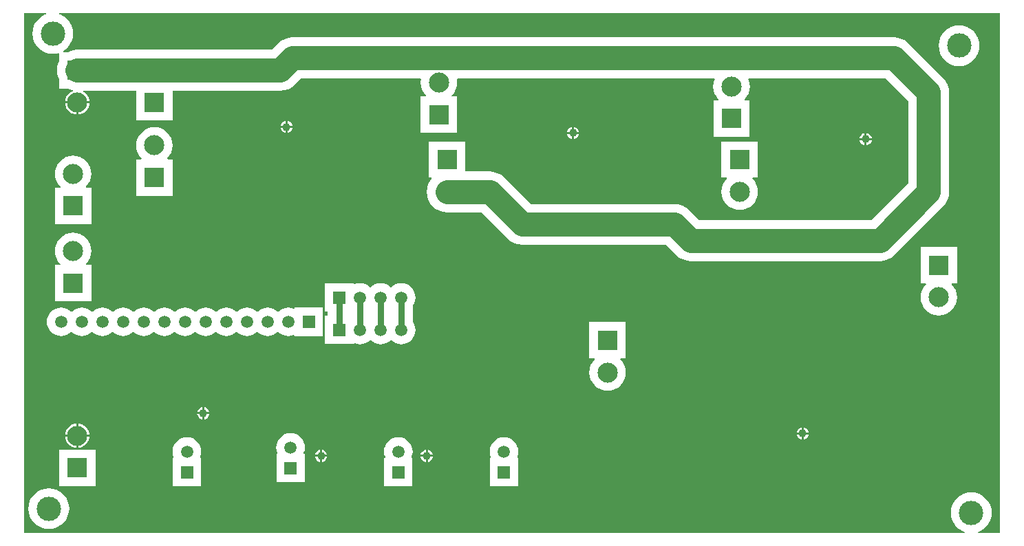
<source format=gbl>
G04*
G04 #@! TF.GenerationSoftware,Altium Limited,Altium Designer,18.0.9 (584)*
G04*
G04 Layer_Physical_Order=2*
G04 Layer_Color=16711680*
%FSLAX25Y25*%
%MOIN*%
G70*
G01*
G75*
%ADD52C,0.03150*%
%ADD59R,0.09744X0.09744*%
%ADD60C,0.09744*%
%ADD61C,0.05906*%
%ADD62R,0.05906X0.05906*%
%ADD63R,0.05906X0.05906*%
%ADD64C,0.11811*%
%ADD65C,0.03937*%
%ADD66C,0.11811*%
G36*
X472441Y0D02*
X461844D01*
X461770Y500D01*
X462446Y705D01*
X464156Y1619D01*
X465655Y2849D01*
X466885Y4348D01*
X467799Y6058D01*
X468362Y7913D01*
X468552Y9843D01*
X468362Y11772D01*
X467799Y13627D01*
X466885Y15337D01*
X465655Y16836D01*
X464156Y18066D01*
X462446Y18980D01*
X460591Y19543D01*
X458661Y19733D01*
X456732Y19543D01*
X454877Y18980D01*
X453167Y18066D01*
X451668Y16836D01*
X450438Y15337D01*
X449524Y13627D01*
X448961Y11772D01*
X448771Y9843D01*
X448961Y7913D01*
X449524Y6058D01*
X450438Y4348D01*
X451668Y2849D01*
X453167Y1619D01*
X454877Y705D01*
X455553Y500D01*
X455479Y0D01*
X0D01*
Y251969D01*
X10597D01*
X10671Y251468D01*
X9995Y251263D01*
X8285Y250349D01*
X6786Y249119D01*
X5556Y247621D01*
X4642Y245911D01*
X4079Y244056D01*
X3889Y242126D01*
X4079Y240196D01*
X4642Y238341D01*
X5556Y236631D01*
X6786Y235133D01*
X8285Y233903D01*
X9995Y232989D01*
X11850Y232426D01*
X13780Y232236D01*
X15709Y232426D01*
X16380Y232629D01*
X16781Y232331D01*
Y228730D01*
X16453Y228116D01*
X15890Y226260D01*
X15700Y224331D01*
X15890Y222401D01*
X16453Y220546D01*
X16781Y219932D01*
Y215522D01*
X21192D01*
X21806Y215193D01*
X23359Y214722D01*
Y214200D01*
X23333Y214191D01*
X22312Y213646D01*
X21418Y212912D01*
X20685Y212018D01*
X20139Y210998D01*
X19804Y209891D01*
X19739Y209240D01*
X25591D01*
X31442D01*
X31378Y209891D01*
X31042Y210998D01*
X30497Y212018D01*
X29763Y212912D01*
X28869Y213646D01*
X28318Y213941D01*
X28443Y214441D01*
X54183D01*
Y199931D01*
X71801D01*
Y214441D01*
X123937D01*
X123937Y214441D01*
X125866Y214631D01*
X127722Y215193D01*
X129432Y216107D01*
X130930Y217337D01*
X134018Y220425D01*
X191728D01*
X192083Y219925D01*
X191936Y218425D01*
X192106Y216698D01*
X192610Y215038D01*
X193428Y213508D01*
X194528Y212166D01*
X194591Y212115D01*
X194423Y211644D01*
X191978D01*
Y194026D01*
X209596D01*
Y211644D01*
X207152D01*
X206984Y212115D01*
X207047Y212166D01*
X208147Y213508D01*
X208965Y215038D01*
X209469Y216698D01*
X209639Y218425D01*
X209491Y219925D01*
X209847Y220425D01*
X334166D01*
X334423Y219996D01*
X334342Y219844D01*
X333838Y218184D01*
X333668Y216457D01*
X333838Y214730D01*
X334342Y213069D01*
X335160Y211539D01*
X336261Y210198D01*
X336324Y210146D01*
X336155Y209675D01*
X333711D01*
Y192057D01*
X351329D01*
Y209675D01*
X348884D01*
X348716Y210146D01*
X348779Y210198D01*
X349880Y211539D01*
X350698Y213069D01*
X351201Y214730D01*
X351371Y216457D01*
X351201Y218184D01*
X350698Y219844D01*
X350616Y219996D01*
X350873Y220425D01*
X417163D01*
X428102Y209486D01*
Y169451D01*
X410273Y151622D01*
X326931D01*
X321954Y156600D01*
X320455Y157830D01*
X318745Y158744D01*
X316890Y159306D01*
X314961Y159496D01*
X314961Y159496D01*
X245238D01*
X232387Y172348D01*
X230888Y173578D01*
X229179Y174492D01*
X227323Y175054D01*
X225394Y175244D01*
X225394Y175244D01*
X213533D01*
Y189833D01*
X195915D01*
Y172215D01*
X197037D01*
X197251Y171763D01*
X196501Y170849D01*
X195587Y169139D01*
X195024Y167284D01*
X194834Y165354D01*
X195024Y163425D01*
X195587Y161569D01*
X196501Y159860D01*
X197731Y158361D01*
X199230Y157131D01*
X200940Y156217D01*
X202795Y155654D01*
X204724Y155464D01*
X221297D01*
X234148Y142613D01*
X234148Y142613D01*
X235647Y141383D01*
X237357Y140469D01*
X239212Y139906D01*
X241142Y139716D01*
X241142Y139716D01*
X310864D01*
X315841Y134739D01*
X315841Y134739D01*
X317340Y133509D01*
X319050Y132595D01*
X320905Y132032D01*
X322835Y131842D01*
X322835Y131842D01*
X414370D01*
X414370Y131842D01*
X416299Y132032D01*
X418155Y132595D01*
X419865Y133509D01*
X421363Y134739D01*
X444985Y158361D01*
X444985Y158361D01*
X446215Y159860D01*
X447129Y161569D01*
X447692Y163425D01*
X447882Y165354D01*
Y213583D01*
X447882Y213583D01*
X447692Y215512D01*
X447129Y217368D01*
X446215Y219077D01*
X444985Y220576D01*
X444985Y220576D01*
X428253Y237308D01*
X426755Y238538D01*
X425045Y239452D01*
X423189Y240015D01*
X421260Y240205D01*
X421260Y240205D01*
X129921D01*
X129921Y240205D01*
X127992Y240015D01*
X126137Y239452D01*
X124427Y238538D01*
X122928Y237308D01*
X122928Y237308D01*
X119840Y234221D01*
X25591D01*
X23661Y234031D01*
X21806Y233468D01*
X21192Y233140D01*
X18876D01*
X18754Y233625D01*
X19274Y233903D01*
X20773Y235133D01*
X22003Y236631D01*
X22917Y238341D01*
X23480Y240196D01*
X23670Y242126D01*
X23480Y244056D01*
X22917Y245911D01*
X22003Y247621D01*
X20773Y249119D01*
X19274Y250349D01*
X17564Y251263D01*
X16888Y251468D01*
X16962Y251969D01*
X472441D01*
Y0D01*
D02*
G37*
%LPC*%
G36*
X452756Y246111D02*
X450826Y245921D01*
X448971Y245358D01*
X447261Y244444D01*
X445762Y243214D01*
X444533Y241715D01*
X443619Y240005D01*
X443056Y238150D01*
X442866Y236221D01*
X443056Y234291D01*
X443619Y232436D01*
X444533Y230726D01*
X445762Y229227D01*
X447261Y227997D01*
X448971Y227083D01*
X450826Y226520D01*
X452756Y226330D01*
X454685Y226520D01*
X456541Y227083D01*
X458251Y227997D01*
X459749Y229227D01*
X460979Y230726D01*
X461893Y232436D01*
X462456Y234291D01*
X462646Y236221D01*
X462456Y238150D01*
X461893Y240005D01*
X460979Y241715D01*
X459749Y243214D01*
X458251Y244444D01*
X456541Y245358D01*
X454685Y245921D01*
X452756Y246111D01*
D02*
G37*
G36*
X25091Y208240D02*
X19739D01*
X19804Y207589D01*
X20139Y206482D01*
X20685Y205462D01*
X21418Y204568D01*
X22312Y203834D01*
X23333Y203289D01*
X24439Y202953D01*
X25091Y202889D01*
Y208240D01*
D02*
G37*
G36*
X31442D02*
X26090D01*
Y202889D01*
X26742Y202953D01*
X27849Y203289D01*
X28869Y203834D01*
X29763Y204568D01*
X30497Y205462D01*
X31042Y206482D01*
X31378Y207589D01*
X31442Y208240D01*
D02*
G37*
G36*
X127469Y199779D02*
Y197350D01*
X129897D01*
X129861Y197625D01*
X129561Y198347D01*
X129086Y198968D01*
X128466Y199443D01*
X127743Y199742D01*
X127469Y199779D01*
D02*
G37*
G36*
X126469D02*
X126194Y199742D01*
X125471Y199443D01*
X124851Y198968D01*
X124375Y198347D01*
X124076Y197625D01*
X124040Y197350D01*
X126469D01*
Y199779D01*
D02*
G37*
G36*
X266248Y196826D02*
Y194398D01*
X268676D01*
X268640Y194673D01*
X268341Y195395D01*
X267865Y196015D01*
X267245Y196491D01*
X266523Y196790D01*
X266248Y196826D01*
D02*
G37*
G36*
X265248D02*
X264973Y196790D01*
X264251Y196491D01*
X263631Y196015D01*
X263155Y195395D01*
X262856Y194673D01*
X262820Y194398D01*
X265248D01*
Y196826D01*
D02*
G37*
G36*
X129897Y196350D02*
X127469D01*
Y193922D01*
X127743Y193958D01*
X128466Y194257D01*
X129086Y194733D01*
X129561Y195353D01*
X129861Y196075D01*
X129897Y196350D01*
D02*
G37*
G36*
X126469D02*
X124040D01*
X124076Y196075D01*
X124375Y195353D01*
X124851Y194733D01*
X125471Y194257D01*
X126194Y193958D01*
X126469Y193922D01*
Y196350D01*
D02*
G37*
G36*
X407980Y193873D02*
Y191445D01*
X410409D01*
X410372Y191720D01*
X410073Y192442D01*
X409597Y193062D01*
X408977Y193538D01*
X408255Y193837D01*
X407980Y193873D01*
D02*
G37*
G36*
X406980D02*
X406705Y193837D01*
X405983Y193538D01*
X405363Y193062D01*
X404887Y192442D01*
X404588Y191720D01*
X404552Y191445D01*
X406980D01*
Y193873D01*
D02*
G37*
G36*
X268676Y193398D02*
X266248D01*
Y190969D01*
X266523Y191006D01*
X267245Y191305D01*
X267865Y191780D01*
X268341Y192401D01*
X268640Y193123D01*
X268676Y193398D01*
D02*
G37*
G36*
X265248D02*
X262820D01*
X262856Y193123D01*
X263155Y192401D01*
X263631Y191780D01*
X264251Y191305D01*
X264973Y191006D01*
X265248Y190969D01*
Y193398D01*
D02*
G37*
G36*
X410409Y190445D02*
X407980D01*
Y188017D01*
X408255Y188053D01*
X408977Y188352D01*
X409597Y188828D01*
X410073Y189448D01*
X410372Y190170D01*
X410409Y190445D01*
D02*
G37*
G36*
X406980D02*
X404552D01*
X404588Y190170D01*
X404887Y189448D01*
X405363Y188828D01*
X405983Y188352D01*
X406705Y188053D01*
X406980Y188017D01*
Y190445D01*
D02*
G37*
G36*
X62992Y196765D02*
X61265Y196595D01*
X59605Y196091D01*
X58074Y195273D01*
X56733Y194173D01*
X55632Y192831D01*
X54814Y191301D01*
X54311Y189640D01*
X54141Y187913D01*
X54311Y186187D01*
X54814Y184526D01*
X55632Y182996D01*
X56733Y181654D01*
X56796Y181603D01*
X56628Y181132D01*
X54183D01*
Y163514D01*
X71801D01*
Y181132D01*
X69357D01*
X69188Y181603D01*
X69251Y181654D01*
X70352Y182996D01*
X71170Y184526D01*
X71674Y186187D01*
X71844Y187913D01*
X71674Y189640D01*
X71170Y191301D01*
X70352Y192831D01*
X69251Y194173D01*
X67910Y195273D01*
X66379Y196091D01*
X64719Y196595D01*
X62992Y196765D01*
D02*
G37*
G36*
X355266Y189833D02*
X337648D01*
Y172215D01*
X340092D01*
X340261Y171744D01*
X340198Y171692D01*
X339097Y170351D01*
X338279Y168820D01*
X337775Y167160D01*
X337605Y165433D01*
X337775Y163706D01*
X338279Y162046D01*
X339097Y160515D01*
X340198Y159174D01*
X341539Y158073D01*
X343069Y157255D01*
X344730Y156752D01*
X346457Y156581D01*
X348184Y156752D01*
X349844Y157255D01*
X351374Y158073D01*
X352716Y159174D01*
X353817Y160515D01*
X354635Y162046D01*
X355138Y163706D01*
X355308Y165433D01*
X355138Y167160D01*
X354635Y168820D01*
X353817Y170351D01*
X352716Y171692D01*
X352653Y171744D01*
X352821Y172215D01*
X355266D01*
Y189833D01*
D02*
G37*
G36*
X23622Y182985D02*
X21895Y182816D01*
X20235Y182312D01*
X18704Y181494D01*
X17363Y180393D01*
X16262Y179052D01*
X15444Y177521D01*
X14941Y175861D01*
X14770Y174134D01*
X14941Y172407D01*
X15444Y170747D01*
X16262Y169216D01*
X17363Y167875D01*
X17426Y167823D01*
X17257Y167352D01*
X14813D01*
Y149734D01*
X32431D01*
Y167352D01*
X29987D01*
X29818Y167823D01*
X29881Y167875D01*
X30982Y169216D01*
X31800Y170747D01*
X32304Y172407D01*
X32474Y174134D01*
X32304Y175861D01*
X31800Y177521D01*
X30982Y179052D01*
X29881Y180393D01*
X28540Y181494D01*
X27009Y182312D01*
X25349Y182816D01*
X23622Y182985D01*
D02*
G37*
G36*
X182559Y121096D02*
X181208Y120963D01*
X179910Y120569D01*
X178713Y119930D01*
X177925Y119283D01*
X177559Y119116D01*
X177193Y119283D01*
X176405Y119930D01*
X175208Y120569D01*
X173910Y120963D01*
X172559Y121096D01*
X171208Y120963D01*
X169910Y120569D01*
X168713Y119930D01*
X167925Y119283D01*
X167559Y119116D01*
X167193Y119283D01*
X166405Y119930D01*
X165208Y120569D01*
X163910Y120963D01*
X162559Y121096D01*
X161208Y120963D01*
X159949Y120581D01*
X159820Y120587D01*
X159449Y120809D01*
Y121063D01*
X145669D01*
Y107283D01*
X147000D01*
Y105315D01*
X145669D01*
Y91535D01*
X159449D01*
Y91789D01*
X159820Y92012D01*
X159949Y92017D01*
X161208Y91635D01*
X162559Y91502D01*
X163910Y91635D01*
X165208Y92029D01*
X166405Y92669D01*
X167193Y93315D01*
X167559Y93482D01*
X167925Y93315D01*
X168713Y92669D01*
X169910Y92029D01*
X171208Y91635D01*
X172559Y91502D01*
X173910Y91635D01*
X175208Y92029D01*
X176405Y92669D01*
X177193Y93315D01*
X177559Y93482D01*
X177925Y93315D01*
X178713Y92669D01*
X179910Y92029D01*
X181208Y91635D01*
X182559Y91502D01*
X183910Y91635D01*
X185208Y92029D01*
X186405Y92669D01*
X187454Y93530D01*
X188315Y94579D01*
X188955Y95776D01*
X189349Y97075D01*
X189482Y98425D01*
X189349Y99776D01*
X188955Y101075D01*
X188315Y102271D01*
X188118Y102512D01*
Y110087D01*
X188315Y110327D01*
X188955Y111524D01*
X189349Y112823D01*
X189482Y114173D01*
X189349Y115524D01*
X188955Y116823D01*
X188315Y118019D01*
X187454Y119069D01*
X186405Y119930D01*
X185208Y120569D01*
X183910Y120963D01*
X182559Y121096D01*
D02*
G37*
G36*
X23622Y145584D02*
X21895Y145414D01*
X20235Y144910D01*
X18704Y144092D01*
X17363Y142991D01*
X16262Y141650D01*
X15444Y140120D01*
X14941Y138459D01*
X14770Y136732D01*
X14941Y135005D01*
X15444Y133345D01*
X16262Y131815D01*
X17363Y130473D01*
X17426Y130422D01*
X17257Y129951D01*
X14813D01*
Y112333D01*
X32431D01*
Y129951D01*
X29987D01*
X29818Y130422D01*
X29881Y130473D01*
X30982Y131815D01*
X31800Y133345D01*
X32304Y135005D01*
X32474Y136732D01*
X32304Y138459D01*
X31800Y140120D01*
X30982Y141650D01*
X29881Y142991D01*
X28540Y144092D01*
X27009Y144910D01*
X25349Y145414D01*
X23622Y145584D01*
D02*
G37*
G36*
X127795Y109285D02*
X126445Y109152D01*
X125146Y108758D01*
X123949Y108119D01*
X123161Y107472D01*
X122795Y107305D01*
X122429Y107472D01*
X121642Y108119D01*
X120445Y108758D01*
X119146Y109152D01*
X117795Y109285D01*
X116445Y109152D01*
X115146Y108758D01*
X113949Y108119D01*
X113161Y107472D01*
X112795Y107305D01*
X112429Y107472D01*
X111642Y108119D01*
X110445Y108758D01*
X109146Y109152D01*
X107795Y109285D01*
X106445Y109152D01*
X105146Y108758D01*
X103949Y108119D01*
X103161Y107472D01*
X102795Y107305D01*
X102429Y107472D01*
X101641Y108119D01*
X100445Y108758D01*
X99146Y109152D01*
X97795Y109285D01*
X96445Y109152D01*
X95146Y108758D01*
X93949Y108119D01*
X93161Y107472D01*
X92795Y107305D01*
X92429Y107472D01*
X91641Y108119D01*
X90445Y108758D01*
X89146Y109152D01*
X87795Y109285D01*
X86445Y109152D01*
X85146Y108758D01*
X83949Y108119D01*
X83161Y107472D01*
X82795Y107305D01*
X82429Y107472D01*
X81642Y108119D01*
X80445Y108758D01*
X79146Y109152D01*
X77795Y109285D01*
X76445Y109152D01*
X75146Y108758D01*
X73949Y108119D01*
X73161Y107472D01*
X72795Y107305D01*
X72429Y107472D01*
X71641Y108119D01*
X70445Y108758D01*
X69146Y109152D01*
X67795Y109285D01*
X66445Y109152D01*
X65146Y108758D01*
X63949Y108119D01*
X63161Y107472D01*
X62795Y107305D01*
X62429Y107472D01*
X61642Y108119D01*
X60445Y108758D01*
X59146Y109152D01*
X57795Y109285D01*
X56445Y109152D01*
X55146Y108758D01*
X53949Y108119D01*
X53161Y107472D01*
X52795Y107305D01*
X52429Y107472D01*
X51641Y108119D01*
X50445Y108758D01*
X49146Y109152D01*
X47795Y109285D01*
X46445Y109152D01*
X45146Y108758D01*
X43949Y108119D01*
X43161Y107472D01*
X42795Y107305D01*
X42429Y107472D01*
X41642Y108119D01*
X40445Y108758D01*
X39146Y109152D01*
X37795Y109285D01*
X36445Y109152D01*
X35146Y108758D01*
X33949Y108119D01*
X33161Y107472D01*
X32795Y107305D01*
X32429Y107472D01*
X31642Y108119D01*
X30445Y108758D01*
X29146Y109152D01*
X27795Y109285D01*
X26445Y109152D01*
X25146Y108758D01*
X23949Y108119D01*
X23161Y107472D01*
X22795Y107305D01*
X22429Y107472D01*
X21642Y108119D01*
X20445Y108758D01*
X19146Y109152D01*
X17795Y109285D01*
X16445Y109152D01*
X15146Y108758D01*
X13949Y108119D01*
X12900Y107258D01*
X12039Y106209D01*
X11399Y105012D01*
X11005Y103713D01*
X10872Y102362D01*
X11005Y101012D01*
X11399Y99713D01*
X12039Y98516D01*
X12900Y97467D01*
X13949Y96606D01*
X15146Y95966D01*
X16445Y95572D01*
X17795Y95439D01*
X19146Y95572D01*
X20445Y95966D01*
X21642Y96606D01*
X22429Y97252D01*
X22795Y97419D01*
X23161Y97252D01*
X23949Y96606D01*
X25146Y95966D01*
X26445Y95572D01*
X27795Y95439D01*
X29146Y95572D01*
X30445Y95966D01*
X31642Y96606D01*
X32429Y97252D01*
X32795Y97419D01*
X33161Y97252D01*
X33949Y96606D01*
X35146Y95966D01*
X36445Y95572D01*
X37795Y95439D01*
X39146Y95572D01*
X40445Y95966D01*
X41642Y96606D01*
X42429Y97252D01*
X42795Y97419D01*
X43161Y97252D01*
X43949Y96606D01*
X45146Y95966D01*
X46445Y95572D01*
X47795Y95439D01*
X49146Y95572D01*
X50445Y95966D01*
X51641Y96606D01*
X52429Y97252D01*
X52795Y97419D01*
X53161Y97252D01*
X53949Y96606D01*
X55146Y95966D01*
X56445Y95572D01*
X57795Y95439D01*
X59146Y95572D01*
X60445Y95966D01*
X61642Y96606D01*
X62429Y97252D01*
X62795Y97419D01*
X63161Y97252D01*
X63949Y96606D01*
X65146Y95966D01*
X66445Y95572D01*
X67795Y95439D01*
X69146Y95572D01*
X70445Y95966D01*
X71641Y96606D01*
X72429Y97252D01*
X72795Y97419D01*
X73161Y97252D01*
X73949Y96606D01*
X75146Y95966D01*
X76445Y95572D01*
X77795Y95439D01*
X79146Y95572D01*
X80445Y95966D01*
X81642Y96606D01*
X82429Y97252D01*
X82795Y97419D01*
X83161Y97252D01*
X83949Y96606D01*
X85146Y95966D01*
X86445Y95572D01*
X87795Y95439D01*
X89146Y95572D01*
X90445Y95966D01*
X91641Y96606D01*
X92429Y97252D01*
X92795Y97419D01*
X93161Y97252D01*
X93949Y96606D01*
X95146Y95966D01*
X96445Y95572D01*
X97795Y95439D01*
X99146Y95572D01*
X100445Y95966D01*
X101641Y96606D01*
X102429Y97252D01*
X102795Y97419D01*
X103161Y97252D01*
X103949Y96606D01*
X105146Y95966D01*
X106445Y95572D01*
X107795Y95439D01*
X109146Y95572D01*
X110445Y95966D01*
X111642Y96606D01*
X112429Y97252D01*
X112795Y97419D01*
X113161Y97252D01*
X113949Y96606D01*
X115146Y95966D01*
X116445Y95572D01*
X117795Y95439D01*
X119146Y95572D01*
X120445Y95966D01*
X121642Y96606D01*
X122429Y97252D01*
X122795Y97419D01*
X123161Y97252D01*
X123949Y96606D01*
X125146Y95966D01*
X126445Y95572D01*
X127795Y95439D01*
X129146Y95572D01*
X130405Y95954D01*
X130534Y95949D01*
X130905Y95726D01*
Y95473D01*
X144685D01*
Y109252D01*
X130905D01*
Y108998D01*
X130534Y108776D01*
X130405Y108770D01*
X129146Y109152D01*
X127795Y109285D01*
D02*
G37*
G36*
X451722Y138652D02*
X434104D01*
Y121034D01*
X436549D01*
X436717Y120563D01*
X436654Y120511D01*
X435554Y119170D01*
X434735Y117639D01*
X434232Y115979D01*
X434062Y114252D01*
X434232Y112525D01*
X434735Y110865D01*
X435554Y109334D01*
X436654Y107993D01*
X437996Y106892D01*
X439526Y106074D01*
X441187Y105570D01*
X442913Y105400D01*
X444640Y105570D01*
X446301Y106074D01*
X447831Y106892D01*
X449172Y107993D01*
X450273Y109334D01*
X451091Y110865D01*
X451595Y112525D01*
X451765Y114252D01*
X451595Y115979D01*
X451091Y117639D01*
X450273Y119170D01*
X449172Y120511D01*
X449110Y120563D01*
X449278Y121034D01*
X451722D01*
Y138652D01*
D02*
G37*
G36*
X291289Y102234D02*
X273671D01*
Y84616D01*
X276116D01*
X276284Y84145D01*
X276221Y84094D01*
X275120Y82752D01*
X274302Y81222D01*
X273799Y79562D01*
X273629Y77835D01*
X273799Y76108D01*
X274302Y74447D01*
X275120Y72917D01*
X276221Y71576D01*
X277563Y70475D01*
X279093Y69657D01*
X280753Y69153D01*
X282480Y68983D01*
X284207Y69153D01*
X285868Y69657D01*
X287398Y70475D01*
X288739Y71576D01*
X289840Y72917D01*
X290658Y74447D01*
X291162Y76108D01*
X291332Y77835D01*
X291162Y79562D01*
X290658Y81222D01*
X289840Y82752D01*
X288739Y84094D01*
X288677Y84145D01*
X288845Y84616D01*
X291289D01*
Y102234D01*
D02*
G37*
G36*
X87114Y60999D02*
Y58571D01*
X89543D01*
X89506Y58846D01*
X89207Y59568D01*
X88731Y60188D01*
X88111Y60664D01*
X87389Y60963D01*
X87114Y60999D01*
D02*
G37*
G36*
X86114D02*
X85839Y60963D01*
X85117Y60664D01*
X84497Y60188D01*
X84021Y59568D01*
X83722Y58846D01*
X83686Y58571D01*
X86114D01*
Y60999D01*
D02*
G37*
G36*
X89543Y57571D02*
X87114D01*
Y55143D01*
X87389Y55179D01*
X88111Y55478D01*
X88731Y55954D01*
X89207Y56574D01*
X89506Y57296D01*
X89543Y57571D01*
D02*
G37*
G36*
X86114D02*
X83686D01*
X83722Y57296D01*
X84021Y56574D01*
X84497Y55954D01*
X85117Y55478D01*
X85839Y55179D01*
X86114Y55143D01*
Y57571D01*
D02*
G37*
G36*
X377468Y51157D02*
Y48728D01*
X379897D01*
X379861Y49003D01*
X379561Y49725D01*
X379086Y50345D01*
X378466Y50821D01*
X377743Y51120D01*
X377468Y51157D01*
D02*
G37*
G36*
X376468D02*
X376194Y51120D01*
X375471Y50821D01*
X374851Y50345D01*
X374376Y49725D01*
X374076Y49003D01*
X374040Y48728D01*
X376468D01*
Y51157D01*
D02*
G37*
G36*
X26091Y53017D02*
Y47665D01*
X31442D01*
X31378Y48316D01*
X31042Y49423D01*
X30497Y50444D01*
X29763Y51338D01*
X28869Y52071D01*
X27849Y52617D01*
X26742Y52952D01*
X26091Y53017D01*
D02*
G37*
G36*
X25091D02*
X24439Y52952D01*
X23333Y52617D01*
X22312Y52071D01*
X21418Y51338D01*
X20685Y50444D01*
X20139Y49423D01*
X19804Y48316D01*
X19739Y47665D01*
X25091D01*
Y53017D01*
D02*
G37*
G36*
X379897Y47728D02*
X377468D01*
Y45300D01*
X377743Y45336D01*
X378466Y45635D01*
X379086Y46111D01*
X379561Y46731D01*
X379861Y47453D01*
X379897Y47728D01*
D02*
G37*
G36*
X376468D02*
X374040D01*
X374076Y47453D01*
X374376Y46731D01*
X374851Y46111D01*
X375471Y45635D01*
X376194Y45336D01*
X376468Y45300D01*
Y47728D01*
D02*
G37*
G36*
X31442Y46665D02*
X26091D01*
Y41314D01*
X26742Y41378D01*
X27849Y41714D01*
X28869Y42259D01*
X29763Y42993D01*
X30497Y43887D01*
X31042Y44907D01*
X31378Y46014D01*
X31442Y46665D01*
D02*
G37*
G36*
X25091D02*
X19739D01*
X19804Y46014D01*
X20139Y44907D01*
X20685Y43887D01*
X21418Y42993D01*
X22312Y42259D01*
X23333Y41714D01*
X24439Y41378D01*
X25091Y41314D01*
Y46665D01*
D02*
G37*
G36*
X195382Y40330D02*
Y37902D01*
X197810D01*
X197774Y38177D01*
X197475Y38899D01*
X196999Y39519D01*
X196379Y39995D01*
X195657Y40294D01*
X195382Y40330D01*
D02*
G37*
G36*
X194382D02*
X194107Y40294D01*
X193385Y39995D01*
X192765Y39519D01*
X192289Y38899D01*
X191990Y38177D01*
X191954Y37902D01*
X194382D01*
Y40330D01*
D02*
G37*
G36*
X144201D02*
Y37902D01*
X146629D01*
X146593Y38177D01*
X146294Y38899D01*
X145818Y39519D01*
X145198Y39995D01*
X144476Y40294D01*
X144201Y40330D01*
D02*
G37*
G36*
X143201D02*
X142926Y40294D01*
X142204Y39995D01*
X141584Y39519D01*
X141108Y38899D01*
X140809Y38177D01*
X140772Y37902D01*
X143201D01*
Y40330D01*
D02*
G37*
G36*
X197810Y36902D02*
X195382D01*
Y34473D01*
X195657Y34510D01*
X196379Y34809D01*
X196999Y35284D01*
X197475Y35904D01*
X197774Y36627D01*
X197810Y36902D01*
D02*
G37*
G36*
X194382D02*
X191954D01*
X191990Y36627D01*
X192289Y35904D01*
X192765Y35284D01*
X193385Y34809D01*
X194107Y34510D01*
X194382Y34473D01*
Y36902D01*
D02*
G37*
G36*
X146629D02*
X144201D01*
Y34473D01*
X144476Y34510D01*
X145198Y34809D01*
X145818Y35284D01*
X146294Y35904D01*
X146593Y36627D01*
X146629Y36902D01*
D02*
G37*
G36*
X143201D02*
X140772D01*
X140809Y36627D01*
X141108Y35904D01*
X141584Y35284D01*
X142204Y34809D01*
X142926Y34510D01*
X143201Y34473D01*
Y36902D01*
D02*
G37*
G36*
X128937Y48419D02*
X127586Y48286D01*
X126288Y47892D01*
X125091Y47252D01*
X124042Y46391D01*
X123181Y45342D01*
X122541Y44145D01*
X122147Y42847D01*
X122014Y41496D01*
X122147Y40145D01*
X122529Y38886D01*
X122523Y38757D01*
X122301Y38386D01*
X122047D01*
Y24606D01*
X135827D01*
Y38386D01*
X135573D01*
X135351Y38757D01*
X135345Y38886D01*
X135727Y40145D01*
X135860Y41496D01*
X135727Y42847D01*
X135333Y44145D01*
X134693Y45342D01*
X133832Y46391D01*
X132783Y47252D01*
X131586Y47892D01*
X130288Y48286D01*
X128937Y48419D01*
D02*
G37*
G36*
X34400Y40384D02*
X16781D01*
Y22766D01*
X34400D01*
Y40384D01*
D02*
G37*
G36*
X232283Y46451D02*
X230933Y46318D01*
X229634Y45924D01*
X228437Y45284D01*
X227388Y44423D01*
X226527Y43374D01*
X225887Y42177D01*
X225493Y40878D01*
X225360Y39528D01*
X225493Y38177D01*
X225875Y36917D01*
X225870Y36789D01*
X225647Y36417D01*
X225394D01*
Y22638D01*
X239173D01*
Y36417D01*
X238919D01*
X238697Y36789D01*
X238691Y36917D01*
X239073Y38177D01*
X239207Y39528D01*
X239073Y40878D01*
X238680Y42177D01*
X238040Y43374D01*
X237179Y44423D01*
X236130Y45284D01*
X234933Y45924D01*
X233634Y46318D01*
X232283Y46451D01*
D02*
G37*
G36*
X181102D02*
X179752Y46318D01*
X178453Y45924D01*
X177256Y45284D01*
X176207Y44423D01*
X175346Y43374D01*
X174706Y42177D01*
X174312Y40878D01*
X174179Y39528D01*
X174312Y38177D01*
X174694Y36917D01*
X174689Y36789D01*
X174466Y36417D01*
X174213D01*
Y22638D01*
X187992D01*
Y36417D01*
X187738D01*
X187516Y36789D01*
X187510Y36917D01*
X187892Y38177D01*
X188025Y39528D01*
X187892Y40878D01*
X187498Y42177D01*
X186859Y43374D01*
X185998Y44423D01*
X184949Y45284D01*
X183752Y45924D01*
X182453Y46318D01*
X181102Y46451D01*
D02*
G37*
G36*
X78740D02*
X77390Y46318D01*
X76091Y45924D01*
X74894Y45284D01*
X73845Y44423D01*
X72984Y43374D01*
X72344Y42177D01*
X71950Y40878D01*
X71817Y39528D01*
X71950Y38177D01*
X72332Y36917D01*
X72327Y36789D01*
X72104Y36417D01*
X71850D01*
Y22638D01*
X85630D01*
Y36417D01*
X85376D01*
X85154Y36789D01*
X85148Y36917D01*
X85530Y38177D01*
X85663Y39528D01*
X85530Y40878D01*
X85136Y42177D01*
X84496Y43374D01*
X83635Y44423D01*
X82586Y45284D01*
X81389Y45924D01*
X80091Y46318D01*
X78740Y46451D01*
D02*
G37*
G36*
X11811Y21701D02*
X9882Y21511D01*
X8026Y20948D01*
X6316Y20034D01*
X4818Y18804D01*
X3588Y17306D01*
X2674Y15596D01*
X2111Y13740D01*
X1921Y11811D01*
X2111Y9882D01*
X2674Y8026D01*
X3588Y6316D01*
X4818Y4818D01*
X6316Y3588D01*
X8026Y2674D01*
X9882Y2111D01*
X11811Y1921D01*
X13740Y2111D01*
X15596Y2674D01*
X17306Y3588D01*
X18804Y4818D01*
X20034Y6316D01*
X20948Y8026D01*
X21511Y9882D01*
X21701Y11811D01*
X21511Y13740D01*
X20948Y15596D01*
X20034Y17306D01*
X18804Y18804D01*
X17306Y20034D01*
X15596Y20948D01*
X13740Y21511D01*
X11811Y21701D01*
D02*
G37*
%LPD*%
D52*
X152559Y98425D02*
Y114173D01*
X162559Y98425D02*
Y114173D01*
X172559Y98425D02*
Y114173D01*
X182559Y99882D02*
Y114173D01*
D59*
X204724Y181024D02*
D03*
X200787Y202835D02*
D03*
X342520Y200866D02*
D03*
X346457Y181024D02*
D03*
X62992Y208740D02*
D03*
X442913Y129842D02*
D03*
X62992Y172323D02*
D03*
X23622Y121142D02*
D03*
Y158543D02*
D03*
X25591Y31575D02*
D03*
Y224331D02*
D03*
X282480Y93425D02*
D03*
D60*
X204724Y165433D02*
D03*
X200787Y218425D02*
D03*
X342520Y216457D02*
D03*
X346457Y165433D02*
D03*
X62992Y224331D02*
D03*
X442913Y114252D02*
D03*
X62992Y187913D02*
D03*
X23622Y136732D02*
D03*
Y174134D02*
D03*
X25591Y47165D02*
D03*
Y208740D02*
D03*
X282480Y77835D02*
D03*
D61*
X182559Y98425D02*
D03*
X172559D02*
D03*
X162559D02*
D03*
X182559Y114173D02*
D03*
X172559D02*
D03*
X162559D02*
D03*
X127795Y102362D02*
D03*
X117795D02*
D03*
X107795D02*
D03*
X97795D02*
D03*
X87795D02*
D03*
X77795D02*
D03*
X67795D02*
D03*
X57795D02*
D03*
X47795D02*
D03*
X37795D02*
D03*
X27795D02*
D03*
X17795D02*
D03*
X232283Y39528D02*
D03*
X181102D02*
D03*
X128937Y41496D02*
D03*
X78740Y39528D02*
D03*
D62*
X152559Y98425D02*
D03*
Y114173D02*
D03*
X137795Y102362D02*
D03*
D63*
X232283Y29528D02*
D03*
X181102D02*
D03*
X128937Y31496D02*
D03*
X78740Y29528D02*
D03*
D64*
X458661Y9843D02*
D03*
X11811Y11811D02*
D03*
X13780Y242126D02*
D03*
X452756Y236221D02*
D03*
D65*
X241142Y149606D02*
D03*
X322835Y141732D02*
D03*
X126969Y196850D02*
D03*
X407480Y190945D02*
D03*
X265748Y193898D02*
D03*
X376969Y48228D02*
D03*
X194882Y37402D02*
D03*
X143701D02*
D03*
X86614Y58071D02*
D03*
D66*
X225394Y165354D02*
X241142Y149606D01*
X204724Y165354D02*
X225394D01*
X241142Y149606D02*
X314961D01*
X322835Y141732D01*
X414370D01*
X437992Y165354D01*
Y213583D01*
X421260Y230315D02*
X437992Y213583D01*
X129921Y230315D02*
X421260D01*
X123937Y224331D02*
X129921Y230315D01*
X25591Y224331D02*
X123937D01*
M02*

</source>
